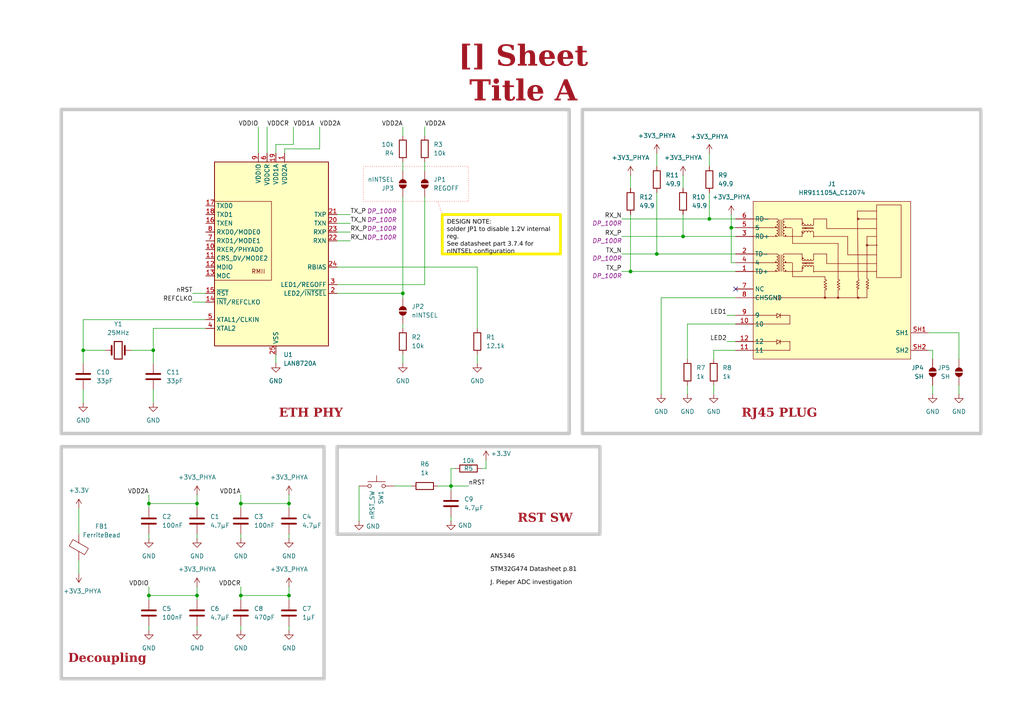
<source format=kicad_sch>
(kicad_sch (version 20231120) (generator "eeschema") (generator_version "8.0")
  (paper "A4")
  (title_block (title "Sheet Title A") (date "2025-01-12") (rev "${REVISION}") (company "${COMPANY}"))
  (lib_symbols
    (symbol "0_connector:HR911105A_C12074"
      (property "Reference" "J" (at 0 22.86 0))
      (property "Value" "HR911105A_C12074" (at 0 -25.4 0))
      (symbol "HR911105A_C12074_0_1"
        (rectangle (start -22.86 22.86) (end 22.86 -22.86) (fill (type background)))
        (circle (center -16.26 2.79) (radius 0.13))
        (circle (center -16.26 5.33) (radius 0.13))
        (circle (center -16.26 12.95) (radius 0.13))
        (circle (center -16.26 15.49) (radius 0.13))
        (arc (start -15.982 2.545) (mid -15.5288 2.965) (end -15.982 3.385))
        (arc (start -15.982 3.385) (mid -15.5765 3.81) (end -15.982 4.235))
        (arc (start -15.982 4.235) (mid -15.5282 4.66) (end -15.982 5.085))
        (arc (start -15.982 5.085) (mid -15.5288 5.505) (end -15.982 5.925))
        (arc (start -15.982 5.925) (mid -15.5765 6.35) (end -15.982 6.775))
        (arc (start -15.982 6.775) (mid -15.5375 7.2) (end -15.982 7.625))
        (arc (start -15.982 12.705) (mid -15.5288 13.125) (end -15.982 13.545))
        (arc (start -15.982 13.545) (mid -15.5765 13.97) (end -15.982 14.395))
        (arc (start -15.982 14.395) (mid -15.5375 14.82) (end -15.982 15.245))
        (arc (start -15.982 16.085) (mid -15.5765 16.51) (end -15.982 16.935))
        (arc (start -15.982 16.935) (mid -15.5375 17.36) (end -15.982 17.785))
        (arc (start -15.9739 15.21) (mid -15.5339 15.63) (end -15.9739 16.05))
        (arc (start -13.792 3.385) (mid -14.2418 2.965) (end -13.792 2.545))
        (arc (start -13.792 4.235) (mid -14.2644 3.81) (end -13.792 3.385))
        (arc (start -13.792 5.085) (mid -14.2388 4.66) (end -13.792 4.235))
        (arc (start -13.792 5.925) (mid -14.2418 5.505) (end -13.792 5.085))
        (arc (start -13.792 6.775) (mid -14.2644 6.35) (end -13.792 5.925))
        (arc (start -13.792 7.625) (mid -14.2508 7.2) (end -13.792 6.775))
        (arc (start -13.792 13.545) (mid -14.2418 13.125) (end -13.792 12.705))
        (arc (start -13.792 14.395) (mid -14.2644 13.97) (end -13.792 13.545))
        (arc (start -13.792 15.245) (mid -14.2508 14.82) (end -13.792 14.395))
        (arc (start -13.792 16.085) (mid -14.2504 15.665) (end -13.792 15.245))
        (arc (start -13.792 16.935) (mid -14.2644 16.51) (end -13.792 16.085))
        (arc (start -13.792 17.785) (mid -14.2508 17.36) (end -13.792 16.935))
        (circle (center -13.46 2.79) (radius 0.13))
        (circle (center -13.46 5.33) (radius 0.13))
        (circle (center -13.46 12.95) (radius 0.13))
        (circle (center -13.46 15.49) (radius 0.13))
        (arc (start -8.69 16.2648) (mid -8.27 15.8191) (end -7.85 16.2648))
        (arc (start -8.6837 6.1233) (mid -8.2637 5.6776) (end -7.8437 6.1233))
        (circle (center -8.38 3.56) (radius 0.13))
        (circle (center -8.38 6.35) (radius 0.13))
        (circle (center -8.38 13.72) (radius 0.13))
        (circle (center -8.38 16.51) (radius 0.13))
        (arc (start -7.92 13.9176) (mid -8.34 14.3082) (end -8.76 13.9176))
        (arc (start -7.85 16.2648) (mid -7.425 15.8125) (end -7 16.2648))
        (arc (start -7.8437 6.1233) (mid -7.4187 5.681) (end -6.9937 6.1233))
        (arc (start -7.7867 3.9115) (mid -8.2067 4.3121) (end -8.6267 3.9115))
        (arc (start -7.07 13.9176) (mid -7.495 14.3112) (end -7.92 13.9176))
        (arc (start -7 16.2648) (mid -6.575 15.8112) (end -6.15 16.2648))
        (arc (start -6.9937 6.1233) (mid -6.5687 5.6697) (end -6.1437 6.1233))
        (arc (start -6.9367 3.9115) (mid -7.3617 4.3151) (end -7.7867 3.9115))
        (arc (start -6.22 13.9176) (mid -6.645 14.3199) (end -7.07 13.9176))
        (arc (start -6.15 16.2648) (mid -5.73 15.8143) (end -5.31 16.2648))
        (arc (start -6.1437 6.1233) (mid -5.7237 5.6827) (end -5.3037 6.1233))
        (arc (start -6.0867 3.9115) (mid -6.5117 4.3239) (end -6.9367 3.9115))
        (arc (start -5.38 13.9176) (mid -5.8 14.2925) (end -6.22 13.9176))
        (arc (start -5.2467 3.9115) (mid -5.6667 4.2969) (end -6.0867 3.9115))
        (circle (center -2.03 -5.08) (radius 0.25))
        (polyline (pts (xy -16 -17.78) (xy -22.86 -17.78)))
        (polyline (pts (xy -16 -17.27) (xy -16 -18.54)))
        (polyline (pts (xy -16 -10.16) (xy -22.86 -10.16)))
        (polyline (pts (xy -16 -9.65) (xy -16 -10.92)))
        (polyline (pts (xy -16 -5.08) (xy -22.86 -5.08)))
        (polyline (pts (xy -16 -4.57) (xy -16 -5.84)))
        (polyline (pts (xy -16 2.54) (xy -22.86 2.54)))
        (polyline (pts (xy -16 5.08) (xy -22.86 5.08)))
        (polyline (pts (xy -16 7.62) (xy -22.86 7.62)))
        (polyline (pts (xy -16 12.7) (xy -22.86 12.7)))
        (polyline (pts (xy -16 15.24) (xy -22.86 15.24)))
        (polyline (pts (xy -16 17.78) (xy -22.86 17.78)))
        (polyline (pts (xy -15.24 -4.57) (xy -15.24 -5.84)))
        (polyline (pts (xy -15.24 7.37) (xy -15.24 2.54)))
        (polyline (pts (xy -15.24 17.53) (xy -15.24 12.7)))
        (polyline (pts (xy -14.99 -17.78) (xy -16 -18.54)))
        (polyline (pts (xy -14.99 -17.78) (xy -16 -17.27)))
        (polyline (pts (xy -14.99 -17.78) (xy -12.19 -17.78)))
        (polyline (pts (xy -14.99 -17.27) (xy -14.99 -18.54)))
        (polyline (pts (xy -14.99 -10.16) (xy -16 -10.92)))
        (polyline (pts (xy -14.99 -10.16) (xy -16 -9.65)))
        (polyline (pts (xy -14.99 -9.65) (xy -14.99 -10.92)))
        (polyline (pts (xy -14.73 7.37) (xy -14.73 2.54)))
        (polyline (pts (xy -14.73 17.53) (xy -14.73 12.7)))
        (polyline (pts (xy -13.72 2.54) (xy -8.64 2.54)))
        (polyline (pts (xy -13.72 5.08) (xy -11.68 5.08)))
        (polyline (pts (xy -13.72 7.62) (xy -8.64 7.62)))
        (polyline (pts (xy -13.72 12.7) (xy -8.64 12.7)))
        (polyline (pts (xy -13.72 15.24) (xy -11.68 15.24)))
        (polyline (pts (xy -13.72 17.78) (xy -8.64 17.78)))
        (polyline (pts (xy -12.19 -20.32) (xy -22.86 -20.32)))
        (polyline (pts (xy -12.19 -17.78) (xy -12.19 -20.32)))
        (polyline (pts (xy -12.19 -12.7) (xy -22.86 -12.7)))
        (polyline (pts (xy -11.43 5.08) (xy -11.43 1.02)))
        (polyline (pts (xy -11.43 10.67) (xy -11.43 14.99)))
        (polyline (pts (xy -8.64 2.54) (xy -8.64 3.81)))
        (polyline (pts (xy -8.64 4.83) (xy -7.37 4.83)))
        (polyline (pts (xy -8.64 5.08) (xy -7.37 5.08)))
        (polyline (pts (xy -8.64 6.1) (xy -8.64 7.62)))
        (polyline (pts (xy -8.64 13.97) (xy -8.64 12.7)))
        (polyline (pts (xy -8.64 14.99) (xy -7.37 14.99)))
        (polyline (pts (xy -8.64 15.24) (xy -7.37 15.24)))
        (polyline (pts (xy -8.64 17.78) (xy -8.64 16.26)))
        (polyline (pts (xy -5.33 4.83) (xy -7.87 4.83)))
        (polyline (pts (xy -5.33 5.08) (xy -7.87 5.08)))
        (polyline (pts (xy -5.33 6.1) (xy -5.33 7.62)))
        (polyline (pts (xy -5.33 7.62) (xy -1.52 7.62)))
        (polyline (pts (xy -5.33 14.99) (xy -7.87 14.99)))
        (polyline (pts (xy -5.33 15.24) (xy -7.87 15.24)))
        (polyline (pts (xy -5.33 16.26) (xy -5.33 17.78)))
        (polyline (pts (xy -5.33 17.78) (xy -1.52 17.78)))
        (polyline (pts (xy -2.03 -2.79) (xy -2.03 -5.08)))
        (polyline (pts (xy -2.03 1.02) (xy -11.43 1.02)))
        (polyline (pts (xy -2.03 1.02) (xy -2.03 0.25)))
        (polyline (pts (xy -1.52 -2.54) (xy -2.29 -2.03)))
        (polyline (pts (xy -1.52 -2.54) (xy -2.03 -2.79)))
        (polyline (pts (xy -1.52 -1.78) (xy -2.29 -2.03)))
        (polyline (pts (xy -1.52 -1.78) (xy -2.29 -1.27)))
        (polyline (pts (xy -1.52 -1.02) (xy -2.29 -1.27)))
        (polyline (pts (xy -1.52 -1.02) (xy -2.29 -0.51)))
        (polyline (pts (xy -1.52 0) (xy -2.29 -0.51)))
        (polyline (pts (xy -1.52 0) (xy -2.03 0.25)))
        (polyline (pts (xy 1.78 -2.79) (xy 1.78 -5.08)))
        (polyline (pts (xy 1.78 0.25) (xy 1.78 10.67)))
        (polyline (pts (xy 1.78 10.67) (xy -11.43 10.67)))
        (polyline (pts (xy 2.29 -2.54) (xy 1.52 -2.03)))
        (polyline (pts (xy 2.29 -2.54) (xy 1.78 -2.79)))
        (polyline (pts (xy 2.29 -1.78) (xy 1.52 -2.03)))
        (polyline (pts (xy 2.29 -1.78) (xy 1.52 -1.27)))
        (polyline (pts (xy 2.29 -1.02) (xy 1.52 -1.27)))
        (polyline (pts (xy 2.29 -1.02) (xy 1.52 -0.51)))
        (polyline (pts (xy 2.29 0) (xy 1.52 -0.51)))
        (polyline (pts (xy 2.29 0) (xy 1.78 0.25)))
        (polyline (pts (xy 4.57 12.7) (xy -5.33 12.7)))
        (polyline (pts (xy 7.37 -2.54) (xy 7.37 -5.08)))
        (polyline (pts (xy 7.62 0.51) (xy 7.37 20.07)))
        (polyline (pts (xy 7.87 -2.29) (xy 7.11 -2.03)))
        (polyline (pts (xy 7.87 -2.29) (xy 7.37 -2.54)))
        (polyline (pts (xy 7.87 -1.52) (xy 7.11 -2.03)))
        (polyline (pts (xy 7.87 -1.52) (xy 7.11 -1.27)))
        (polyline (pts (xy 7.87 -0.76) (xy 7.11 -1.27)))
        (polyline (pts (xy 7.87 -0.76) (xy 7.11 -0.51)))
        (polyline (pts (xy 7.87 0) (xy 7.11 -0.51)))
        (polyline (pts (xy 7.87 0) (xy 7.62 0.51)))
        (polyline (pts (xy 10.16 -5.08) (xy -15.24 -5.08)))
        (polyline (pts (xy 10.16 -2.54) (xy 10.16 -5.08)))
        (polyline (pts (xy 10.16 0.51) (xy 10.16 12.7)))
        (polyline (pts (xy 10.16 12.7) (xy 12.95 12.7)))
        (polyline (pts (xy 10.67 -2.29) (xy 9.91 -2.03)))
        (polyline (pts (xy 10.67 -2.29) (xy 10.16 -2.54)))
        (polyline (pts (xy 10.67 -1.52) (xy 9.91 -2.03)))
        (polyline (pts (xy 10.67 -1.52) (xy 9.91 -1.27)))
        (polyline (pts (xy 10.67 -0.76) (xy 9.91 -1.27)))
        (polyline (pts (xy 10.67 -0.76) (xy 9.91 -0.51)))
        (polyline (pts (xy 10.67 0) (xy 9.91 -0.51)))
        (polyline (pts (xy 10.67 0) (xy 10.16 0.51)))
        (polyline (pts (xy 12.95 2.54) (xy -5.33 2.54)))
        (polyline (pts (xy 12.95 17.78) (xy 7.37 17.78)))
        (polyline (pts (xy 12.95 20.07) (xy 7.37 20.07)))
        (polyline (pts (xy 13.21 10.16) (xy 10.16 10.16)))
        (polyline (pts (xy -14.99 -10.16) (xy -12.19 -10.16) (xy -12.19 -12.7)))
        (polyline (pts (xy -5.33 3.81) (xy -5.33 2.54) (xy -5.33 2.29)))
        (polyline (pts (xy -5.33 13.97) (xy -5.33 12.7) (xy -5.33 12.45)))
        (polyline (pts (xy 12.95 4.83) (xy -1.52 4.83) (xy -1.52 7.62)))
        (polyline (pts (xy 12.95 7.37) (xy 4.57 7.37) (xy 4.57 12.7)))
        (polyline (pts (xy 12.95 14.99) (xy -1.52 14.99) (xy -1.52 17.78)))
        (polyline (pts (xy 12.95 21.84) (xy 12.95 0.76) (xy 20.07 0.76) (xy 20.07 21.84) (xy 12.95 21.84)) (fill (type background)))
        (circle (center 1.78 -5.08) (radius 0.25))
        (circle (center 7.62 -5.08) (radius 0.25))
        (circle (center 7.62 17.78) (radius 0.25))
        (circle (center 10.16 10.16) (radius 0.25))
        (pin unspecified line (at -27.94 2.54 0) (length 5.08) (name "TD+") (number "1"))
        (pin unspecified line (at -27.94 -12.7 0) (length 5.08) (name "10") (number "10"))
        (pin unspecified line (at -27.94 -20.32 0) (length 5.08) (name "11") (number "11"))
        (pin unspecified line (at -27.94 -17.78 0) (length 5.08) (name "12") (number "12"))
        (pin unspecified line (at -27.94 7.62 0) (length 5.08) (name "TD-") (number "2"))
        (pin unspecified line (at -27.94 12.7 0) (length 5.08) (name "RD+") (number "3"))
        (pin unspecified line (at -27.94 5.08 0) (length 5.08) (name "4") (number "4"))
        (pin unspecified line (at -27.94 15.24 0) (length 5.08) (name "5") (number "5"))
        (pin unspecified line (at -27.94 17.78 0) (length 5.08) (name "RD-") (number "6"))
        (pin unspecified line (at -27.94 -2.54 0) (length 5.08) (name "NC") (number "7"))
        (pin unspecified line (at -27.94 -5.08 0) (length 5.08) (name "CHSGND") (number "8"))
        (pin unspecified line (at -27.94 -10.16 0) (length 5.08) (name "9") (number "9"))
        (pin unspecified line (at 27.94 -15.24 180) (length 5.08) (name "SH1") (number "SH1"))
        (pin unspecified line (at 27.94 -20.32 180) (length 5.08) (name "SH2") (number "SH2"))
      )
    )
    (symbol "Device:C" (pin_numbers hide) (pin_names (offset 0.254))
      (property "Reference" "C" (at 0.635 2.54 0))
      (property "Value" "C" (at 0.635 -2.54 0))
      (symbol "C_0_1"
        (polyline (pts (xy -2.032 -0.762) (xy 2.032 -0.762)) (stroke (width 0.508)))
        (polyline (pts (xy -2.032 0.762) (xy 2.032 0.762)) (stroke (width 0.508)))
      )
      (symbol "C_1_1"
        (pin passive line (at 0 3.81 270) (length 2.794) (name "~") (number "1"))
        (pin passive line (at 0 -3.81 90) (length 2.794) (name "~") (number "2"))
      )
    )
    (symbol "Device:Crystal" (pin_numbers hide) (pin_names (offset 1.016) hide)
      (property "Reference" "Y" (at 0 3.81 0))
      (property "Value" "Crystal" (at 0 -3.81 0))
      (symbol "Crystal_0_1"
        (rectangle (start -1.143 2.54) (end 1.143 -2.54) (stroke (width 0.3048)))
        (polyline (pts (xy -2.54 0) (xy -1.905 0)))
        (polyline (pts (xy -1.905 -1.27) (xy -1.905 1.27)) (stroke (width 0.508)))
        (polyline (pts (xy 1.905 -1.27) (xy 1.905 1.27)) (stroke (width 0.508)))
        (polyline (pts (xy 2.54 0) (xy 1.905 0)))
      )
      (symbol "Crystal_1_1"
        (pin passive line (at -3.81 0 0) (length 1.27) (name "1") (number "1"))
        (pin passive line (at 3.81 0 180) (length 1.27) (name "2") (number "2"))
      )
    )
    (symbol "Device:FerriteBead" (pin_numbers hide) (pin_names (offset 0))
      (property "Reference" "FB" (at -3.81 0.635 90))
      (property "Value" "FerriteBead" (at 3.81 0 90))
      (symbol "FerriteBead_0_1"
        (polyline (pts (xy 0 -1.27) (xy 0 -1.2192)))
        (polyline (pts (xy 0 1.27) (xy 0 1.2954)))
        (polyline (pts (xy -2.7686 0.4064) (xy -1.7018 2.2606) (xy 2.7686 -0.3048) (xy 1.6764 -2.159) (xy -2.7686 0.4064)))
      )
      (symbol "FerriteBead_1_1"
        (pin passive line (at 0 3.81 270) (length 2.54) (name "~") (number "1"))
        (pin passive line (at 0 -3.81 90) (length 2.54) (name "~") (number "2"))
      )
    )
    (symbol "Device:R" (pin_numbers hide) (pin_names (offset 0))
      (property "Reference" "R" (at 2.032 0 90))
      (property "Value" "R" (at 0 0 90))
      (symbol "R_0_1"
        (rectangle (start -1.016 -2.54) (end 1.016 2.54) (stroke (width 0.254)))
      )
      (symbol "R_1_1"
        (pin passive line (at 0 3.81 270) (length 1.27) (name "~") (number "1"))
        (pin passive line (at 0 -3.81 90) (length 1.27) (name "~") (number "2"))
      )
    )
    (symbol "Interface_Ethernet:LAN8720A"
      (property "Reference" "U" (at -13.97 29.21 0))
      (property "Value" "LAN8720A" (at 15.24 29.21 0))
      (symbol "LAN8720A_0_0"
        (text "RMII" (at -5.08 -3.81 0) (effects (font (size 1.27 1.27))))
      )
      (symbol "LAN8720A_0_1"
        (rectangle (start -17.78 27.94) (end 15.24 -25.4) (stroke (width 0.254)) (fill (type background)))
        (polyline (pts (xy -17.78 -6.35) (xy -1.27 -6.35) (xy -1.27 16.51) (xy -17.78 16.51)))
      )
      (symbol "LAN8720A_1_1"
        (pin power_in line (at 2.54 30.48 270) (length 2.54) (name "VDD2A") (number "1"))
        (pin output line (at -20.32 2.54 0) (length 2.54) (name "RXER/PHYAD0") (number "10"))
        (pin bidirectional line (at -20.32 0 0) (length 2.54) (name "CRS_DV/MODE2") (number "11"))
        (pin bidirectional line (at -20.32 -2.54 0) (length 2.54) (name "MDIO") (number "12"))
        (pin input line (at -20.32 -5.08 0) (length 2.54) (name "MDC") (number "13"))
        (pin output line (at -20.32 -12.7 0) (length 2.54) (name "~{INT}/REFCLKO") (number "14"))
        (pin input line (at -20.32 -10.16 0) (length 2.54) (name "~{RST}") (number "15"))
        (pin input line (at -20.32 10.16 0) (length 2.54) (name "TXEN") (number "16"))
        (pin input line (at -20.32 15.24 0) (length 2.54) (name "TXD0") (number "17"))
        (pin input line (at -20.32 12.7 0) (length 2.54) (name "TXD1") (number "18"))
        (pin power_in line (at 0 30.48 270) (length 2.54) (name "VDD1A") (number "19"))
        (pin bidirectional line (at 17.78 -10.16 180) (length 2.54) (name "LED2/~{INTSEL}") (number "2"))
        (pin bidirectional line (at 17.78 10.16 180) (length 2.54) (name "TXN") (number "20"))
        (pin bidirectional line (at 17.78 12.7 180) (length 2.54) (name "TXP") (number "21"))
        (pin bidirectional line (at 17.78 5.08 180) (length 2.54) (name "RXN") (number "22"))
        (pin bidirectional line (at 17.78 7.62 180) (length 2.54) (name "RXP") (number "23"))
        (pin passive line (at 17.78 -2.54 180) (length 2.54) (name "RBIAS") (number "24"))
        (pin power_in line (at 0 -27.94 90) (length 2.54) (name "VSS") (number "25"))
        (pin bidirectional line (at 17.78 -7.62 180) (length 2.54) (name "LED1/REGOFF") (number "3"))
        (pin output line (at -20.32 -20.32 0) (length 2.54) (name "XTAL2") (number "4"))
        (pin input line (at -20.32 -17.78 0) (length 2.54) (name "XTAL1/CLKIN") (number "5"))
        (pin power_in line (at -2.54 30.48 270) (length 2.54) (name "VDDCR") (number "6"))
        (pin bidirectional line (at -20.32 5.08 0) (length 2.54) (name "RXD1/MODE1") (number "7"))
        (pin bidirectional line (at -20.32 7.62 0) (length 2.54) (name "RXD0/MODE0") (number "8"))
        (pin power_in line (at -5.08 30.48 270) (length 2.54) (name "VDDIO") (number "9"))
      )
    )
    (symbol "Jumper:SolderJumper_2_Open" (pin_numbers hide) (pin_names (offset 0) hide) (exclude_from_sim yes) (in_bom no)
      (property "Reference" "JP" (at 0 2.032 0))
      (property "Value" "SolderJumper_2_Open" (at 0 -2.54 0))
      (symbol "SolderJumper_2_Open_0_1"
        (arc (start -0.254 1.016) (mid -1.2656 0) (end -0.254 -1.016))
        (arc (start -0.254 1.016) (mid -1.2656 0) (end -0.254 -1.016) (fill (type outline)))
        (polyline (pts (xy -0.254 1.016) (xy -0.254 -1.016)))
        (polyline (pts (xy 0.254 1.016) (xy 0.254 -1.016)))
        (arc (start 0.254 -1.016) (mid 1.2656 0) (end 0.254 1.016))
        (arc (start 0.254 -1.016) (mid 1.2656 0) (end 0.254 1.016) (fill (type outline)))
      )
      (symbol "SolderJumper_2_Open_1_1"
        (pin passive line (at -3.81 0 0) (length 2.54) (name "A") (number "1"))
        (pin passive line (at 3.81 0 180) (length 2.54) (name "B") (number "2"))
      )
    )
    (symbol "Switch:SW_Push" (pin_numbers hide) (pin_names (offset 1.016) hide)
      (property "Reference" "SW" (at 1.27 2.54 0))
      (property "Value" "SW_Push" (at 0 -1.524 0))
      (symbol "SW_Push_0_1"
        (circle (center -2.032 0) (radius 0.508))
        (polyline (pts (xy 0 1.27) (xy 0 3.048)))
        (polyline (pts (xy 2.54 1.27) (xy -2.54 1.27)))
        (circle (center 2.032 0) (radius 0.508))
        (pin passive line (at -5.08 0 0) (length 2.54) (name "1") (number "1"))
        (pin passive line (at 5.08 0 180) (length 2.54) (name "2") (number "2"))
      )
    )
    (symbol "power:+3.3V" (power) (pin_numbers hide) (pin_names (offset 0) hide)
      (property "Value" "+3.3V" (at 0 3.556 0))
      (symbol "+3.3V_0_1"
        (polyline (pts (xy -0.762 1.27) (xy 0 2.54)))
        (polyline (pts (xy 0 0) (xy 0 2.54)))
        (polyline (pts (xy 0 2.54) (xy 0.762 1.27)))
      )
      (symbol "+3.3V_1_1"
        (pin power_in line (at 0 0 90) (length 0) (name "~") (number "1"))
      )
    )
    (symbol "power:GND" (power) (pin_numbers hide) (pin_names (offset 0) hide)
      (property "Value" "GND" (at 0 -3.81 0))
      (symbol "GND_0_1"
        (polyline (pts (xy 0 0) (xy 0 -1.27) (xy 1.27 -1.27) (xy 0 -2.54) (xy -1.27 -1.27) (xy 0 -1.27)))
      )
      (symbol "GND_1_1"
        (pin power_in line (at 0 0 270) (length 0) (name "~") (number "1"))
      )
    )
  )
  (junction (at 69.85 172.72))
  (junction (at 190.5 73.66))
  (junction (at 116.84 85.09))
  (junction (at 43.18 146.05))
  (junction (at 212.09 66.04))
  (junction (at 44.45 101.6))
  (junction (at 24.13 101.6))
  (junction (at 182.88 78.74))
  (junction (at 205.74 63.5))
  (junction (at 130.81 140.97))
  (junction (at 69.85 146.05))
  (junction (at 83.82 172.72))
  (junction (at 43.18 172.72))
  (junction (at 198.12 68.58))
  (junction (at 57.15 146.05))
  (junction (at 57.15 172.72))
  (junction (at 83.82 146.05))
  (no_connect (at 213.36 83.82))
  (wire (pts (xy 97.79 85.09) (xy 116.84 85.09)))
  (wire (pts (xy 77.47 36.83) (xy 77.47 44.45)))
  (wire (pts (xy 97.79 67.31) (xy 101.6 67.31)))
  (wire (pts (xy 269.24 101.6) (xy 270.51 101.6)))
  (wire (pts (xy 69.85 146.05) (xy 83.82 146.05)))
  (wire (pts (xy 213.36 99.06) (xy 210.82 99.06)))
  (wire (pts (xy 43.18 170.18) (xy 43.18 172.72)))
  (wire (pts (xy 44.45 113.03) (xy 44.45 116.84)))
  (wire (pts (xy 180.34 63.5) (xy 205.74 63.5)))
  (wire (pts (xy 191.77 86.36) (xy 191.77 114.3)))
  (wire (pts (xy 82.55 44.45) (xy 82.55 43.18)))
  (wire (pts (xy 69.85 154.94) (xy 69.85 156.21)))
  (wire (pts (xy 57.15 154.94) (xy 57.15 156.21)))
  (wire (pts (xy 270.51 111.76) (xy 270.51 114.3)))
  (wire (pts (xy 83.82 172.72) (xy 83.82 173.99)))
  (wire (pts (xy 180.34 78.74) (xy 182.88 78.74)))
  (wire (pts (xy 97.79 77.47) (xy 138.43 77.47)))
  (wire (pts (xy 207.01 111.76) (xy 207.01 114.3)))
  (wire (pts (xy 69.85 146.05) (xy 69.85 147.32)))
  (wire (pts (xy 213.36 86.36) (xy 191.77 86.36)))
  (wire (pts (xy 59.69 95.25) (xy 44.45 95.25)))
  (wire (pts (xy 198.12 68.58) (xy 213.36 68.58)))
  (wire (pts (xy 213.36 76.2) (xy 212.09 76.2)))
  (wire (pts (xy 116.84 85.09) (xy 116.84 86.36)))
  (wire (pts (xy 198.12 62.23) (xy 198.12 68.58)))
  (wire (pts (xy 24.13 92.71) (xy 24.13 101.6)))
  (wire (pts (xy 24.13 113.03) (xy 24.13 116.84)))
  (wire (pts (xy 278.13 111.76) (xy 278.13 114.3)))
  (wire (pts (xy 69.85 170.18) (xy 69.85 172.72)))
  (wire (pts (xy 92.71 43.18) (xy 92.71 36.83)))
  (wire (pts (xy 85.09 36.83) (xy 85.09 41.91)))
  (wire (pts (xy 97.79 62.23) (xy 101.6 62.23)))
  (wire (pts (xy 138.43 77.47) (xy 138.43 95.25)))
  (wire (pts (xy 182.88 78.74) (xy 213.36 78.74)))
  (wire (pts (xy 190.5 44.45) (xy 190.5 48.26)))
  (wire (pts (xy 180.34 73.66) (xy 190.5 73.66)))
  (wire (pts (xy 69.85 172.72) (xy 83.82 172.72)))
  (wire (pts (xy 80.01 41.91) (xy 80.01 44.45)))
  (wire (pts (xy 212.09 62.23) (xy 212.09 66.04)))
  (wire (pts (xy 82.55 43.18) (xy 92.71 43.18)))
  (wire (pts (xy 43.18 181.61) (xy 43.18 182.88)))
  (wire (pts (xy 83.82 146.05) (xy 83.82 147.32)))
  (wire (pts (xy 140.97 135.89) (xy 140.97 133.35)))
  (wire (pts (xy 127 140.97) (xy 130.81 140.97)))
  (wire (pts (xy 83.82 154.94) (xy 83.82 156.21)))
  (wire (pts (xy 69.85 143.51) (xy 69.85 146.05)))
  (wire (pts (xy 43.18 172.72) (xy 43.18 173.99)))
  (wire (pts (xy 116.84 93.98) (xy 116.84 95.25)))
  (wire (pts (xy 57.15 146.05) (xy 57.15 147.32)))
  (wire (pts (xy 123.19 57.15) (xy 123.19 82.55)))
  (wire (pts (xy 57.15 170.18) (xy 57.15 172.72)))
  (wire (pts (xy 74.93 36.83) (xy 74.93 44.45)))
  (wire (pts (xy 30.48 101.6) (xy 24.13 101.6)))
  (wire (pts (xy 83.82 170.18) (xy 83.82 172.72)))
  (wire (pts (xy 38.1 101.6) (xy 44.45 101.6)))
  (wire (pts (xy 123.19 36.83) (xy 123.19 39.37)))
  (wire (pts (xy 207.01 101.6) (xy 213.36 101.6)))
  (wire (pts (xy 182.88 62.23) (xy 182.88 78.74)))
  (wire (pts (xy 182.88 50.8) (xy 182.88 54.61)))
  (wire (pts (xy 116.84 36.83) (xy 116.84 39.37)))
  (wire (pts (xy 114.3 140.97) (xy 119.38 140.97)))
  (wire (pts (xy 22.86 162.56) (xy 22.86 166.37)))
  (wire (pts (xy 69.85 172.72) (xy 69.85 173.99)))
  (wire (pts (xy 139.7 135.89) (xy 140.97 135.89)))
  (wire (pts (xy 44.45 95.25) (xy 44.45 101.6)))
  (wire (pts (xy 104.14 151.13) (xy 104.14 140.97)))
  (wire (pts (xy 205.74 55.88) (xy 205.74 63.5)))
  (wire (pts (xy 43.18 172.72) (xy 57.15 172.72)))
  (wire (pts (xy 130.81 135.89) (xy 132.08 135.89)))
  (wire (pts (xy 43.18 146.05) (xy 57.15 146.05)))
  (wire (pts (xy 22.86 147.32) (xy 22.86 154.94)))
  (wire (pts (xy 199.39 111.76) (xy 199.39 114.3)))
  (wire (pts (xy 270.51 101.6) (xy 270.51 104.14)))
  (wire (pts (xy 83.82 181.61) (xy 83.82 182.88)))
  (wire (pts (xy 43.18 154.94) (xy 43.18 156.21)))
  (wire (pts (xy 69.85 181.61) (xy 69.85 182.88)))
  (wire (pts (xy 55.88 85.09) (xy 59.69 85.09)))
  (wire (pts (xy 212.09 66.04) (xy 213.36 66.04)))
  (wire (pts (xy 97.79 82.55) (xy 123.19 82.55)))
  (wire (pts (xy 190.5 73.66) (xy 213.36 73.66)))
  (polyline (pts (xy 128.27 62.23) (xy 127 58.42)) (stroke (width 0) (type dot) (color 255 0 0 1)))
  (wire (pts (xy 199.39 93.98) (xy 213.36 93.98)))
  (wire (pts (xy 44.45 101.6) (xy 44.45 105.41)))
  (wire (pts (xy 57.15 172.72) (xy 57.15 173.99)))
  (wire (pts (xy 57.15 181.61) (xy 57.15 182.88)))
  (wire (pts (xy 130.81 135.89) (xy 130.81 140.97)))
  (wire (pts (xy 83.82 143.51) (xy 83.82 146.05)))
  (wire (pts (xy 116.84 57.15) (xy 116.84 85.09)))
  (wire (pts (xy 116.84 102.87) (xy 116.84 105.41)))
  (wire (pts (xy 43.18 146.05) (xy 43.18 147.32)))
  (wire (pts (xy 205.74 63.5) (xy 213.36 63.5)))
  (wire (pts (xy 43.18 143.51) (xy 43.18 146.05)))
  (wire (pts (xy 199.39 93.98) (xy 199.39 104.14)))
  (wire (pts (xy 198.12 50.8) (xy 198.12 54.61)))
  (wire (pts (xy 205.74 44.45) (xy 205.74 48.26)))
  (wire (pts (xy 269.24 96.52) (xy 278.13 96.52)))
  (wire (pts (xy 130.81 149.86) (xy 130.81 151.13)))
  (polyline (pts (xy 74.93 241.3) (xy 62.23 245.11)) (stroke (width 0) (type dot) (color 255 0 0 1)))
  (wire (pts (xy 278.13 96.52) (xy 278.13 104.14)))
  (wire (pts (xy 212.09 76.2) (xy 212.09 66.04)))
  (wire (pts (xy 57.15 143.51) (xy 57.15 146.05)))
  (wire (pts (xy 116.84 49.53) (xy 116.84 46.99)))
  (wire (pts (xy 130.81 140.97) (xy 130.81 142.24)))
  (wire (pts (xy 123.19 46.99) (xy 123.19 49.53)))
  (wire (pts (xy 59.69 92.71) (xy 24.13 92.71)))
  (wire (pts (xy 80.01 102.87) (xy 80.01 105.41)))
  (wire (pts (xy 138.43 102.87) (xy 138.43 105.41)))
  (wire (pts (xy 207.01 104.14) (xy 207.01 101.6)))
  (wire (pts (xy 180.34 68.58) (xy 198.12 68.58)))
  (wire (pts (xy 97.79 69.85) (xy 101.6 69.85)))
  (wire (pts (xy 97.79 64.77) (xy 101.6 64.77)))
  (wire (pts (xy 55.88 87.63) (xy 59.69 87.63)))
  (wire (pts (xy 85.09 41.91) (xy 80.01 41.91)))
  (wire (pts (xy 130.81 140.97) (xy 135.89 140.97)))
  (wire (pts (xy 24.13 101.6) (xy 24.13 105.41)))
  (wire (pts (xy 190.5 55.88) (xy 190.5 73.66)))
  (wire (pts (xy 213.36 91.44) (xy 210.82 91.44)))
  (rectangle (start 74.93 231.14) (end 82.55 246.38) (stroke (width 0) (type dot) (color 255 0 0 1)))
  (rectangle (start 17.78 129.54) (end 93.98 196.85) (stroke (width 1) (color 200 200 200 1)))
  (rectangle (start 97.79 129.54) (end 173.99 154.94) (stroke (width 1) (color 200 200 200 1)))
  (rectangle (start 105.41 48.26) (end 135.89 58.42) (stroke (width 0) (type dot) (color 255 0 0 1)))
  (rectangle (start 17.78 31.75) (end 165.1 125.73) (stroke (width 1) (color 200 200 200 1)))
  (rectangle (start 168.91 31.75) (end 284.48 125.73) (stroke (width 1) (color 200 200 200 1)))
  (text_box "LAYOUT NOTE:\nblablabla" (at 11.43 218.44 0) (size 26.67 11.43) (stroke (width 1) (color 0 0 255 1)) (effects (font (size 1.27 1.27) (thickness 0.4) (bold yes)) (justify left top)))
  (text_box "[${#}] ${TITLE}" (at 115.57 15.24 0) (size 72.39 12.7) (stroke (width -0.0001)) (effects (font (size 6 6) (thickness 1.2) (bold yes))))
  (text_box "Decoupling" (at 20.32 186.69 0) (size 21.59 7.62) (stroke (width -0.0001)) (effects (font (size 2.54 2.54) (thickness 0.508) (bold yes)) (justify bottom)))
  (text_box "ETH PHY" (at 19.05 115.57 0) (size 142.24 7.62) (stroke (width -0.0001)) (effects (font (size 2.54 2.54) (thickness 0.508) (bold yes)) (justify bottom)))
  (text_box "RJ45 PLUG" (at 170.18 115.57 0) (size 111.76 7.62) (stroke (width -0.0001)) (effects (font (size 2.54 2.54) (thickness 0.508) (bold yes)) (justify bottom)))
  (text_box "DESIGN NOTE:\nblablabla" (at 40.64 245.11 0) (size 21.59 11.43) (stroke (width 0.8) (color 250 236 0 1)) (effects (font (size 1.27 1.27)) (justify left top)))
  (text_box "RST SW" (at 147.32 146.05 0) (size 21.59 7.62) (stroke (width -0.0001)) (effects (font (size 2.54 2.54) (thickness 0.508) (bold yes)) (justify bottom)))
  (text_box "DESIGN NOTE:\nsolder JP1 to disable 1.2V internal reg.\nSee datasheet part 3.7.4 for nINTSEL configuration" (at 128.27 62.23 0) (size 34.29 11.43) (stroke (width 0.8) (color 250 236 0 1)) (effects (font (size 1.27 1.27)) (justify left top)))
  (text "J. Pieper ADC investigation" (at 142.24 170.18 0) (effects (font (size 1.27 1.27)) (justify left bottom)))
  (text "STM32G474 Datasheet p.81" (at 142.24 166.37 0) (effects (font (size 1.27 1.27)) (justify left bottom)))
  (text "AN5346" (at 142.24 162.56 0) (effects (font (size 1.27 1.27)) (justify left bottom)))
  (label "RX_N" (at 180.34 63.5 180) (property "Netclass" "DP_100R" (at 180.34 64.77 0) (effects (font (italic yes)) (justify right))))
  (label "nRST" (at 135.89 140.97 0))
  (label "RX_P" (at 101.6 67.31 0) (property "Netclass" "DP_100R" (at 106.426 66.294 0) (effects (font (italic yes)) (justify left))))
  (label "REFCLKO" (at 55.88 87.63 180))
  (label "TX_N" (at 180.34 73.66 180) (property "Netclass" "DP_100R" (at 180.34 74.93 0) (effects (font (italic yes)) (justify right))))
  (label "RX_P" (at 180.34 68.58 180) (property "Netclass" "DP_100R" (at 180.34 69.85 0) (effects (font (italic yes)) (justify right))))
  (label "TX_P" (at 101.6 62.23 0) (property "Netclass" "DP_100R" (at 106.426 61.214 0) (effects (font (italic yes)) (justify left))))
  (label "VDD2A" (at 116.84 36.83 180))
  (label "VDD1A" (at 69.85 143.51 180))
  (label "VDDIO" (at 74.93 36.83 180))
  (label "VDDCR" (at 69.85 170.18 180))
  (label "LED1" (at 210.82 91.44 180))
  (label "VDD2A" (at 123.19 36.83 0))
  (label "VDDIO" (at 43.18 170.18 180))
  (label "VDD2A" (at 92.71 36.83 0))
  (label "VDDCR" (at 77.47 36.83 0))
  (label "TX_N" (at 101.6 64.77 0) (property "Netclass" "DP_100R" (at 106.426 63.754 0) (effects (font (italic yes)) (justify left))))
  (label "RX_N" (at 101.6 69.85 0) (property "Netclass" "DP_100R" (at 106.426 68.834 0) (effects (font (italic yes)) (justify left))))
  (label "TX_P" (at 180.34 78.74 180) (property "Netclass" "DP_100R" (at 180.34 80.01 0) (effects (font (italic yes)) (justify right))))
  (label "LED2" (at 210.82 99.06 180))
  (label "VDD2A" (at 43.18 143.51 180))
  (label "VDD1A" (at 85.09 36.83 0))
  (label "nRST" (at 55.88 85.09 180))
  (symbol (lib_id "power:+3.3V") (at 83.82 170.18 0) (unit 1)
    (property "Reference" "#PWR011" (effects (hide yes)))
    (property "Value" "+3V3_PHYA" (at 83.82 165.1 0))
    (property "Description" "Power symbol creates a global label with name \"+3.3V\"" (effects (hide yes)))
  )
  (symbol (lib_id "Jumper:SolderJumper_2_Open") (at 123.19 53.34 90) (unit 1) (exclude_from_sim yes) (in_bom no)
    (property "Reference" "JP1" (at 125.73 52.0699 90) (effects (justify right)))
    (property "Value" "REGOFF" (at 125.73 54.6099 90) (effects (justify right)))
    (property "Footprint" "Jumper:SolderJumper-2_P1.3mm_Open_RoundedPad1.0x1.5mm" (effects (hide yes)))
    (property "Description" "Solder Jumper, 2-pole, open" (effects (hide yes)))
  )
  (symbol (lib_id "Device:FerriteBead") (at 22.86 158.75 0) (unit 1)
    (property "Reference" "FB1" (at 29.464 152.654 0))
    (property "Value" "FerriteBead" (at 29.464 155.194 0))
    (property "Datasheet" "https://www.lcsc.com/datasheet/C14709.pdf" (effects (hide yes)))
    (property "Description" "Ferrite bead" (effects (hide yes)))
    (property "Manufacturer Part Number" "BLM18PG121SN1D" (effects (hide yes)))
    (property "LCSC" "C14709" (effects (hide yes)))
  )
  (symbol (lib_id "power:GND") (at 69.85 156.21 0) (unit 1)
    (property "Reference" "#PWR01" (effects (hide yes)))
    (property "Value" "GND" (at 69.85 161.29 0))
    (property "Description" "Power symbol creates a global label with name \"GND\" , ground" (effects (hide yes)))
  )
  (symbol (lib_id "power:GND") (at 138.43 105.41 0) (unit 1)
    (property "Reference" "#PWR014" (effects (hide yes)))
    (property "Value" "GND" (at 138.43 110.49 0))
    (property "Description" "Power symbol creates a global label with name \"GND\" , ground" (effects (hide yes)))
  )
  (symbol (lib_id "Device:R") (at 190.5 52.07 0) (unit 1)
    (property "Reference" "R11" (at 193.04 50.7999 0) (effects (justify left)))
    (property "Value" "49.9" (at 193.04 53.3399 0) (effects (justify left)))
    (property "Footprint" "Resistor_SMD:R_0603_1608Metric_Pad0.98x0.95mm_HandSolder" (effects (hide yes)))
    (property "Datasheet" "https://www.lcsc.com/datasheet/C114625.pdf" (effects (hide yes)))
    (property "Description" "Resistor" (effects (hide yes)))
    (property "Manufacturer Part Number" "RC0603FR-0749R9L" (effects (hide yes)))
    (property "LCSC" "C114625" (effects (hide yes)))
  )
  (symbol (lib_id "power:GND") (at 130.81 151.13 0) (unit 1)
    (property "Reference" "#PWR016" (effects (hide yes)))
    (property "Value" "GND" (at 134.874 152.4 0))
    (property "Description" "Power symbol creates a global label with name \"GND\" , ground" (effects (hide yes)))
  )
  (symbol (lib_id "Device:C") (at 57.15 177.8 0) (unit 1)
    (property "Reference" "C6" (at 60.96 176.5299 0) (effects (justify left)))
    (property "Value" "4.7µF" (at 60.96 179.0699 0) (effects (justify left)))
    (property "Footprint" "Capacitor_SMD:C_0603_1608Metric_Pad1.08x0.95mm_HandSolder" (effects (hide yes)))
    (property "Datasheet" "https://www.lcsc.com/datasheet/C69335.pdf" (effects (hide yes)))
    (property "Description" "Unpolarized capacitor" (effects (hide yes)))
    (property "Manufacturer Part Number" "CL10A475KA8NQNC" (effects (hide yes)))
    (property "LCSC" "C69335" (effects (hide yes)))
  )
  (symbol (lib_id "Device:R") (at 116.84 43.18 180) (unit 1)
    (property "Reference" "R4" (at 114.3 44.4501 0) (effects (justify left)))
    (property "Value" "10k" (at 114.3 41.9101 0) (effects (justify left)))
    (property "Footprint" "Resistor_SMD:R_0603_1608Metric_Pad0.98x0.95mm_HandSolder" (effects (hide yes)))
    (property "Datasheet" "https://www.lcsc.com/datasheet/C98220.pdf" (effects (hide yes)))
    (property "Description" "Resistor" (effects (hide yes)))
    (property "Manufacturer Part Number" "RC0603FR-0710KL" (effects (hide yes)))
    (property "LCSC" "C98220" (effects (hide yes)))
  )
  (symbol (lib_id "power:GND") (at 24.13 116.84 0) (unit 1)
    (property "Reference" "#PWR019" (effects (hide yes)))
    (property "Value" "GND" (at 24.13 121.92 0))
    (property "Description" "Power symbol creates a global label with name \"GND\" , ground" (effects (hide yes)))
  )
  (symbol (lib_id "power:GND") (at 43.18 182.88 0) (unit 1)
    (property "Reference" "#PWR07" (effects (hide yes)))
    (property "Value" "GND" (at 43.18 187.96 0))
    (property "Description" "Power symbol creates a global label with name \"GND\" , ground" (effects (hide yes)))
  )
  (symbol (lib_id "power:GND") (at 57.15 182.88 0) (unit 1)
    (property "Reference" "#PWR09" (effects (hide yes)))
    (property "Value" "GND" (at 57.15 187.96 0))
    (property "Description" "Power symbol creates a global label with name \"GND\" , ground" (effects (hide yes)))
  )
  (symbol (lib_id "Device:R") (at 135.89 135.89 90) (unit 1)
    (property "Reference" "R5" (at 135.89 135.89 90))
    (property "Value" "10k" (at 135.89 133.604 90))
    (property "Footprint" "Resistor_SMD:R_0603_1608Metric_Pad0.98x0.95mm_HandSolder" (effects (hide yes)))
    (property "Datasheet" "https://www.lcsc.com/datasheet/C98220.pdf" (effects (hide yes)))
    (property "Description" "Resistor" (effects (hide yes)))
    (property "Manufacturer Part Number" "RC0603FR-0710KL" (effects (hide yes)))
    (property "LCSC" "C98220" (effects (hide yes)))
  )
  (symbol (lib_id "Device:C") (at 83.82 151.13 0) (unit 1)
    (property "Reference" "C4" (at 87.63 149.8599 0) (effects (justify left)))
    (property "Value" "4.7µF" (at 87.63 152.3999 0) (effects (justify left)))
    (property "Footprint" "Capacitor_SMD:C_0603_1608Metric_Pad1.08x0.95mm_HandSolder" (effects (hide yes)))
    (property "Datasheet" "https://www.lcsc.com/datasheet/C69335.pdf" (effects (hide yes)))
    (property "Description" "Unpolarized capacitor" (effects (hide yes)))
    (property "Manufacturer Part Number" "CL10A475KA8NQNC" (effects (hide yes)))
    (property "LCSC" "C69335" (effects (hide yes)))
  )
  (symbol (lib_id "Device:R") (at 123.19 140.97 90) (unit 1)
    (property "Reference" "R6" (at 123.19 134.62 90))
    (property "Value" "1k" (at 123.19 137.16 90))
    (property "Footprint" "Resistor_SMD:R_0603_1608Metric_Pad0.98x0.95mm_HandSolder" (effects (hide yes)))
    (property "Datasheet" "https://www.lcsc.com/datasheet/C22548.pdf" (effects (hide yes)))
    (property "Description" "Resistor" (effects (hide yes)))
    (property "Manufacturer Part Number" "RC0603FR-071KL" (effects (hide yes)))
    (property "LCSC" "C22548" (effects (hide yes)))
  )
  (symbol (lib_id "power:+3.3V") (at 22.86 166.37 180) (unit 1)
    (property "Reference" "#PWR024" (effects (hide yes)))
    (property "Value" "+3V3_PHYA" (at 23.876 171.45 0))
    (property "Description" "Power symbol creates a global label with name \"+3.3V\"" (effects (hide yes)))
  )
  (symbol (lib_id "Device:R") (at 138.43 99.06 0) (unit 1)
    (property "Reference" "R1" (at 140.97 97.7899 0) (effects (justify left)))
    (property "Value" "12.1k" (at 140.97 100.3299 0) (effects (justify left)))
    (property "Footprint" "Resistor_SMD:R_0603_1608Metric_Pad0.98x0.95mm_HandSolder" (effects (hide yes)))
    (property "Datasheet" "https://www.lcsc.com/datasheet/C22864.pdf" (effects (hide yes)))
    (property "Description" "Resistor" (effects (hide yes)))
    (property "Manufacturer Part Number" "0603WAF1212T5E" (effects (hide yes)))
    (property "LCSC" "C22864" (effects (hide yes)))
  )
  (symbol (lib_id "Interface_Ethernet:LAN8720A") (at 80.01 74.93 0) (unit 1)
    (property "Reference" "U1" (at 82.2041 102.87 0) (effects (justify left)))
    (property "Value" "LAN8720A" (at 82.2041 105.41 0) (effects (justify left)))
    (property "Footprint" "Package_DFN_QFN:VQFN-24-1EP_4x4mm_P0.5mm_EP2.5x2.5mm_ThermalVias" (effects (hide yes)))
    (property "Datasheet" "http://ww1.microchip.com/downloads/en/DeviceDoc/8720a.pdf" (effects (hide yes)))
    (property "Description" "LAN8720 Ethernet PHY with RMII interface, QFN-24" (effects (hide yes)))
    (property "Manufacturer Part Number" "LAN8742A-CZ-TR" (effects (hide yes)))
  )
  (symbol (lib_id "Jumper:SolderJumper_2_Open") (at 116.84 90.17 90) (unit 1) (exclude_from_sim yes) (in_bom no)
    (property "Reference" "JP2" (at 119.38 88.8999 90) (effects (justify right)))
    (property "Value" "nINTSEL" (at 119.38 91.4399 90) (effects (justify right)))
    (property "Footprint" "Jumper:SolderJumper-2_P1.3mm_Bridged_RoundedPad1.0x1.5mm" (effects (hide yes)))
    (property "Description" "Solder Jumper, 2-pole, open" (effects (hide yes)))
  )
  (symbol (lib_id "power:+3.3V") (at 205.74 44.45 0) (unit 1)
    (property "Reference" "#PWR026" (effects (hide yes)))
    (property "Value" "+3V3_PHYA" (at 205.74 39.624 0))
    (property "Description" "Power symbol creates a global label with name \"+3.3V\"" (effects (hide yes)))
  )
  (symbol (lib_id "power:GND") (at 207.01 114.3 0) (unit 1)
    (property "Reference" "#PWR022" (effects (hide yes)))
    (property "Value" "GND" (at 207.01 119.38 0))
    (property "Description" "Power symbol creates a global label with name \"GND\" , ground" (effects (hide yes)))
  )
  (symbol (lib_id "power:GND") (at 116.84 105.41 0) (unit 1)
    (property "Reference" "#PWR015" (effects (hide yes)))
    (property "Value" "GND" (at 116.84 110.49 0))
    (property "Description" "Power symbol creates a global label with name \"GND\" , ground" (effects (hide yes)))
  )
  (symbol (lib_id "power:GND") (at 104.14 151.13 0) (unit 1)
    (property "Reference" "#PWR017" (effects (hide yes)))
    (property "Value" "GND" (at 108.204 152.654 0))
    (property "Description" "Power symbol creates a global label with name \"GND\" , ground" (effects (hide yes)))
  )
  (symbol (lib_id "Device:C") (at 69.85 177.8 0) (unit 1)
    (property "Reference" "C8" (at 73.66 176.5299 0) (effects (justify left)))
    (property "Value" "470pF" (at 73.66 179.0699 0) (effects (justify left)))
    (property "Footprint" "Capacitor_SMD:C_0603_1608Metric_Pad1.08x0.95mm_HandSolder" (effects (hide yes)))
    (property "Datasheet" "https://www.lcsc.com/datasheet/C36252.pdf" (effects (hide yes)))
    (property "Description" "Unpolarized capacitor" (effects (hide yes)))
    (property "Manufacturer Part Number" "0603CG471J500NT" (effects (hide yes)))
    (property "LCSC" "C36252" (effects (hide yes)))
  )
  (symbol (lib_id "Device:R") (at 205.74 52.07 0) (unit 1)
    (property "Reference" "R9" (at 208.28 50.7999 0) (effects (justify left)))
    (property "Value" "49.9" (at 208.28 53.3399 0) (effects (justify left)))
    (property "Footprint" "Resistor_SMD:R_0603_1608Metric_Pad0.98x0.95mm_HandSolder" (effects (hide yes)))
    (property "Datasheet" "https://www.lcsc.com/datasheet/C114625.pdf" (effects (hide yes)))
    (property "Description" "Resistor" (effects (hide yes)))
    (property "Manufacturer Part Number" "RC0603FR-0749R9L" (effects (hide yes)))
    (property "LCSC" "C114625" (effects (hide yes)))
  )
  (symbol (lib_id "Device:C") (at 69.85 151.13 0) (unit 1)
    (property "Reference" "C3" (at 73.66 149.8599 0) (effects (justify left)))
    (property "Value" "100nF" (at 73.66 152.3999 0) (effects (justify left)))
    (property "Footprint" "Capacitor_SMD:C_0603_1608Metric_Pad1.08x0.95mm_HandSolder" (effects (hide yes)))
    (property "Datasheet" "https://www.lcsc.com/datasheet/C14663.pdf" (effects (hide yes)))
    (property "Description" "Unpolarized capacitor" (effects (hide yes)))
    (property "Manufacturer Part Number" "CC0603KRX7R9BB104" (effects (hide yes)))
    (property "LCSC" "C14663" (effects (hide yes)))
  )
  (symbol (lib_id "Device:C") (at 57.15 151.13 0) (unit 1)
    (property "Reference" "C1" (at 60.96 149.8599 0) (effects (justify left)))
    (property "Value" "4.7µF" (at 60.96 152.3999 0) (effects (justify left)))
    (property "Footprint" "Capacitor_SMD:C_0603_1608Metric_Pad1.08x0.95mm_HandSolder" (effects (hide yes)))
    (property "Datasheet" "https://www.lcsc.com/datasheet/C69335.pdf" (effects (hide yes)))
    (property "Description" "Unpolarized capacitor" (effects (hide yes)))
    (property "Manufacturer Part Number" "CL10A475KA8NQNC" (effects (hide yes)))
    (property "LCSC" "C69335" (effects (hide yes)))
  )
  (symbol (lib_id "0_connector:HR911105A_C12074") (at 241.3 81.28 0) (unit 1)
    (property "Reference" "J1" (at 241.3 53.34 0))
    (property "Value" "HR911105A_C12074" (at 241.3 55.88 0))
    (property "Footprint" "0_connector:RJ45-TH_HR911105A" (effects (hide yes)))
    (property "Datasheet" "https://www.lcsc.com/datasheet/C12074.pdf" (effects (hide yes)))
    (property "LCSC Part" "C12074" (effects (hide yes)))
  )
  (symbol (lib_id "power:+3.3V") (at 182.88 50.8 0) (unit 1)
    (property "Reference" "#PWR029" (effects (hide yes)))
    (property "Value" "+3V3_PHYA" (at 182.88 45.72 0))
    (property "Description" "Power symbol creates a global label with name \"+3.3V\"" (effects (hide yes)))
  )
  (symbol (lib_id "Device:C") (at 43.18 151.13 0) (unit 1)
    (property "Reference" "C2" (at 46.99 149.8599 0) (effects (justify left)))
    (property "Value" "100nF" (at 46.99 152.3999 0) (effects (justify left)))
    (property "Footprint" "Capacitor_SMD:C_0603_1608Metric_Pad1.08x0.95mm_HandSolder" (effects (hide yes)))
    (property "Datasheet" "https://www.lcsc.com/datasheet/C14663.pdf" (effects (hide yes)))
    (property "Description" "Unpolarized capacitor" (effects (hide yes)))
    (property "Manufacturer Part Number" "CC0603KRX7R9BB104" (effects (hide yes)))
    (property "LCSC" "C14663" (effects (hide yes)))
  )
  (symbol (lib_id "power:GND") (at 83.82 182.88 0) (unit 1)
    (property "Reference" "#PWR012" (effects (hide yes)))
    (property "Value" "GND" (at 83.82 187.96 0))
    (property "Description" "Power symbol creates a global label with name \"GND\" , ground" (effects (hide yes)))
  )
  (symbol (lib_id "Device:R") (at 123.19 43.18 0) (unit 1)
    (property "Reference" "R3" (at 125.73 41.9099 0) (effects (justify left)))
    (property "Value" "10k" (at 125.73 44.4499 0) (effects (justify left)))
    (property "Footprint" "Resistor_SMD:R_0603_1608Metric_Pad0.98x0.95mm_HandSolder" (effects (hide yes)))
    (property "Datasheet" "https://www.lcsc.com/datasheet/C98220.pdf" (effects (hide yes)))
    (property "Description" "Resistor" (effects (hide yes)))
    (property "Manufacturer Part Number" "RC0603FR-0710KL" (effects (hide yes)))
    (property "LCSC" "C98220" (effects (hide yes)))
  )
  (symbol (lib_id "power:GND") (at 69.85 182.88 0) (unit 1)
    (property "Reference" "#PWR010" (effects (hide yes)))
    (property "Value" "GND" (at 69.85 187.96 0))
    (property "Description" "Power symbol creates a global label with name \"GND\" , ground" (effects (hide yes)))
  )
  (symbol (lib_id "Device:C") (at 43.18 177.8 0) (unit 1)
    (property "Reference" "C5" (at 46.99 176.5299 0) (effects (justify left)))
    (property "Value" "100nF" (at 46.99 179.0699 0) (effects (justify left)))
    (property "Footprint" "Capacitor_SMD:C_0603_1608Metric_Pad1.08x0.95mm_HandSolder" (effects (hide yes)))
    (property "Datasheet" "https://www.lcsc.com/datasheet/C14663.pdf" (effects (hide yes)))
    (property "Description" "Unpolarized capacitor" (effects (hide yes)))
    (property "Manufacturer Part Number" "CC0603KRX7R9BB104" (effects (hide yes)))
    (property "LCSC" "C14663" (effects (hide yes)))
  )
  (symbol (lib_id "Device:R") (at 207.01 107.95 180) (unit 1)
    (property "Reference" "R8" (at 209.55 106.6799 0) (effects (justify right)))
    (property "Value" "1k" (at 209.55 109.2199 0) (effects (justify right)))
    (property "Footprint" "Resistor_SMD:R_0603_1608Metric_Pad0.98x0.95mm_HandSolder" (effects (hide yes)))
    (property "Datasheet" "https://www.lcsc.com/datasheet/C22548.pdf" (effects (hide yes)))
    (property "Description" "Resistor" (effects (hide yes)))
    (property "Manufacturer Part Number" "RC0603FR-071KL" (effects (hide yes)))
    (property "LCSC" "C22548" (effects (hide yes)))
  )
  (symbol (lib_id "Device:Crystal") (at 34.29 101.6 0) (unit 1)
    (property "Reference" "Y1" (at 34.29 93.98 0))
    (property "Value" "25MHz" (at 34.29 96.52 0))
    (property "Datasheet" "https://www.lcsc.com/datasheet/C7462598.pdf" (effects (hide yes)))
    (property "Description" "Two pin crystal" (effects (hide yes)))
    (property "Manufacturer Part Number" "01.X.SD.120MMOI025000000" (effects (hide yes)))
    (property "LCSC" "C7462598" (effects (hide yes)))
  )
  (symbol (lib_id "Device:C") (at 83.82 177.8 0) (unit 1)
    (property "Reference" "C7" (at 87.63 176.5299 0) (effects (justify left)))
    (property "Value" "1µF" (at 87.63 179.0699 0) (effects (justify left)))
    (property "Footprint" "Capacitor_SMD:C_0603_1608Metric_Pad1.08x0.95mm_HandSolder" (effects (hide yes)))
    (property "Datasheet" "https://www.lcsc.com/datasheet/C29936.pdf" (effects (hide yes)))
    (property "Description" "Unpolarized capacitor" (effects (hide yes)))
    (property "Manufacturer Part Number" "CL10B105KA8NNNC" (effects (hide yes)))
    (property "LCSC" "C29936" (effects (hide yes)))
  )
  (symbol (lib_id "power:GND") (at 199.39 114.3 0) (unit 1)
    (property "Reference" "#PWR021" (effects (hide yes)))
    (property "Value" "GND" (at 199.39 119.38 0))
    (property "Description" "Power symbol creates a global label with name \"GND\" , ground" (effects (hide yes)))
  )
  (symbol (lib_id "power:+3.3V") (at 212.09 62.23 0) (unit 1)
    (property "Reference" "#PWR025" (effects (hide yes)))
    (property "Value" "+3V3_PHYA" (at 212.09 57.15 0))
    (property "Description" "Power symbol creates a global label with name \"+3.3V\"" (effects (hide yes)))
  )
  (symbol (lib_id "Device:R") (at 116.84 99.06 0) (unit 1)
    (property "Reference" "R2" (at 119.38 97.7899 0) (effects (justify left)))
    (property "Value" "10k" (at 119.38 100.3299 0) (effects (justify left)))
    (property "Footprint" "Resistor_SMD:R_0603_1608Metric_Pad0.98x0.95mm_HandSolder" (effects (hide yes)))
    (property "Datasheet" "https://www.lcsc.com/datasheet/C98220.pdf" (effects (hide yes)))
    (property "Description" "Resistor" (effects (hide yes)))
    (property "Manufacturer Part Number" "RC0603FR-0710KL" (effects (hide yes)))
    (property "LCSC" "C98220" (effects (hide yes)))
  )
  (symbol (lib_id "Device:C") (at 44.45 109.22 0) (unit 1)
    (property "Reference" "C11" (at 48.26 107.9499 0) (effects (justify left)))
    (property "Value" "33pF" (at 48.26 110.4899 0) (effects (justify left)))
    (property "Footprint" "Capacitor_SMD:C_0603_1608Metric_Pad1.08x0.95mm_HandSolder" (effects (hide yes)))
    (property "Datasheet" "https://www.lcsc.com/datasheet/C107047.pdf" (effects (hide yes)))
    (property "Description" "Unpolarized capacitor" (effects (hide yes)))
    (property "Manufacturer Part Number" "CC0603JRNPO9BN330" (effects (hide yes)))
    (property "LCSC" "C107047" (effects (hide yes)))
  )
  (symbol (lib_id "Jumper:SolderJumper_2_Open") (at 278.13 107.95 270) (mirror x) (unit 1) (exclude_from_sim yes) (in_bom no)
    (property "Reference" "JP5" (at 275.59 106.6799 90) (effects (justify right)))
    (property "Value" "SH" (at 275.59 109.2199 90) (effects (justify right)))
    (property "Footprint" "Jumper:SolderJumper-2_P1.3mm_Bridged_RoundedPad1.0x1.5mm" (effects (hide yes)))
    (property "Description" "Solder Jumper, 2-pole, open" (effects (hide yes)))
  )
  (symbol (lib_id "power:GND") (at 278.13 114.3 0) (unit 1)
    (property "Reference" "#PWR032" (effects (hide yes)))
    (property "Value" "GND" (at 278.13 119.38 0))
    (property "Description" "Power symbol creates a global label with name \"GND\" , ground" (effects (hide yes)))
  )
  (symbol (lib_id "power:GND") (at 57.15 156.21 0) (unit 1)
    (property "Reference" "#PWR04" (effects (hide yes)))
    (property "Value" "GND" (at 57.15 161.29 0))
    (property "Description" "Power symbol creates a global label with name \"GND\" , ground" (effects (hide yes)))
  )
  (symbol (lib_id "power:+3.3V") (at 57.15 170.18 0) (unit 1)
    (property "Reference" "#PWR08" (effects (hide yes)))
    (property "Value" "+3V3_PHYA" (at 57.15 165.1 0))
    (property "Description" "Power symbol creates a global label with name \"+3.3V\"" (effects (hide yes)))
  )
  (symbol (lib_id "Device:C") (at 130.81 146.05 0) (unit 1)
    (property "Reference" "C9" (at 134.62 144.7799 0) (effects (justify left)))
    (property "Value" "4.7µF" (at 134.62 147.3199 0) (effects (justify left)))
    (property "Footprint" "Capacitor_SMD:C_0603_1608Metric_Pad1.08x0.95mm_HandSolder" (effects (hide yes)))
    (property "Datasheet" "https://www.lcsc.com/datasheet/C69335.pdf" (effects (hide yes)))
    (property "Description" "Unpolarized capacitor" (effects (hide yes)))
    (property "Manufacturer Part Number" "CL10A475KA8NQNC" (effects (hide yes)))
    (property "LCSC" "C69335" (effects (hide yes)))
  )
  (symbol (lib_id "power:GND") (at 80.01 105.41 0) (unit 1)
    (property "Reference" "#PWR013" (effects (hide yes)))
    (property "Value" "GND" (at 80.01 110.49 0))
    (property "Description" "Power symbol creates a global label with name \"GND\" , ground" (effects (hide yes)))
  )
  (symbol (lib_id "Switch:SW_Push") (at 109.22 140.97 0) (unit 1)
    (property "Reference" "SW1" (at 110.4901 142.24 90) (effects (justify right)))
    (property "Value" "nRST_SW" (at 107.9501 142.24 90) (effects (justify right)))
    (property "Description" "Push button switch, generic, two pins" (effects (hide yes)))
  )
  (symbol (lib_id "Jumper:SolderJumper_2_Open") (at 116.84 53.34 270) (unit 1) (exclude_from_sim yes) (in_bom no)
    (property "Reference" "JP3" (at 114.3 54.6101 90) (effects (justify right)))
    (property "Value" "nINTSEL" (at 114.3 52.0701 90) (effects (justify right)))
    (property "Footprint" "Jumper:SolderJumper-2_P1.3mm_Open_RoundedPad1.0x1.5mm" (effects (hide yes)))
    (property "Description" "Solder Jumper, 2-pole, open" (effects (hide yes)))
  )
  (symbol (lib_id "power:GND") (at 44.45 116.84 0) (unit 1)
    (property "Reference" "#PWR020" (effects (hide yes)))
    (property "Value" "GND" (at 44.45 121.92 0))
    (property "Description" "Power symbol creates a global label with name \"GND\" , ground" (effects (hide yes)))
  )
  (symbol (lib_id "Device:R") (at 182.88 58.42 0) (unit 1)
    (property "Reference" "R12" (at 185.42 57.1499 0) (effects (justify left)))
    (property "Value" "49.9" (at 185.42 59.6899 0) (effects (justify left)))
    (property "Footprint" "Resistor_SMD:R_0603_1608Metric_Pad0.98x0.95mm_HandSolder" (effects (hide yes)))
    (property "Datasheet" "https://www.lcsc.com/datasheet/C114625.pdf" (effects (hide yes)))
    (property "Description" "Resistor" (effects (hide yes)))
    (property "Manufacturer Part Number" "RC0603FR-0749R9L" (effects (hide yes)))
    (property "LCSC" "C114625" (effects (hide yes)))
  )
  (symbol (lib_id "power:GND") (at 191.77 114.3 0) (unit 1)
    (property "Reference" "#PWR030" (effects (hide yes)))
    (property "Value" "GND" (at 191.77 119.38 0))
    (property "Description" "Power symbol creates a global label with name \"GND\" , ground" (effects (hide yes)))
  )
  (symbol (lib_id "Jumper:SolderJumper_2_Open") (at 270.51 107.95 270) (mirror x) (unit 1) (exclude_from_sim yes) (in_bom no)
    (property "Reference" "JP4" (at 267.97 106.6799 90) (effects (justify right)))
    (property "Value" "SH" (at 267.97 109.2199 90) (effects (justify right)))
    (property "Footprint" "Jumper:SolderJumper-2_P1.3mm_Bridged_RoundedPad1.0x1.5mm" (effects (hide yes)))
    (property "Description" "Solder Jumper, 2-pole, open" (effects (hide yes)))
  )
  (symbol (lib_id "Device:R") (at 198.12 58.42 0) (unit 1)
    (property "Reference" "R10" (at 200.66 57.1499 0) (effects (justify left)))
    (property "Value" "49.9" (at 200.66 59.6899 0) (effects (justify left)))
    (property "Footprint" "Resistor_SMD:R_0603_1608Metric_Pad0.98x0.95mm_HandSolder" (effects (hide yes)))
    (property "Datasheet" "https://www.lcsc.com/datasheet/C114625.pdf" (effects (hide yes)))
    (property "Description" "Resistor" (effects (hide yes)))
    (property "Manufacturer Part Number" "RC0603FR-0749R9L" (effects (hide yes)))
    (property "LCSC" "C114625" (effects (hide yes)))
  )
  (symbol (lib_id "power:GND") (at 43.18 156.21 0) (unit 1)
    (property "Reference" "#PWR03" (effects (hide yes)))
    (property "Value" "GND" (at 43.18 161.29 0))
    (property "Description" "Power symbol creates a global label with name \"GND\" , ground" (effects (hide yes)))
  )
  (symbol (lib_id "power:GND") (at 270.51 114.3 0) (unit 1)
    (property "Reference" "#PWR031" (effects (hide yes)))
    (property "Value" "GND" (at 270.51 119.38 0))
    (property "Description" "Power symbol creates a global label with name \"GND\" , ground" (effects (hide yes)))
  )
  (symbol (lib_id "power:+3.3V") (at 190.5 44.45 0) (unit 1)
    (property "Reference" "#PWR028" (effects (hide yes)))
    (property "Value" "+3V3_PHYA" (at 190.5 39.37 0))
    (property "Description" "Power symbol creates a global label with name \"+3.3V\"" (effects (hide yes)))
  )
  (symbol (lib_id "power:+3.3V") (at 140.97 133.35 0) (unit 1)
    (property "Reference" "#PWR018" (effects (hide yes)))
    (property "Value" "+3.3V" (at 145.288 131.572 0))
    (property "Description" "Power symbol creates a global label with name \"+3.3V\"" (effects (hide yes)))
  )
  (symbol (lib_id "power:+3.3V") (at 83.82 143.51 0) (unit 1)
    (property "Reference" "#PWR05" (effects (hide yes)))
    (property "Value" "+3V3_PHYA" (at 83.82 138.43 0))
    (property "Description" "Power symbol creates a global label with name \"+3.3V\"" (effects (hide yes)))
  )
  (symbol (lib_id "Device:C") (at 24.13 109.22 0) (unit 1)
    (property "Reference" "C10" (at 27.94 107.9499 0) (effects (justify left)))
    (property "Value" "33pF" (at 27.94 110.4899 0) (effects (justify left)))
    (property "Footprint" "Capacitor_SMD:C_0603_1608Metric_Pad1.08x0.95mm_HandSolder" (effects (hide yes)))
    (property "Datasheet" "https://www.lcsc.com/datasheet/C107047.pdf" (effects (hide yes)))
    (property "Description" "Unpolarized capacitor" (effects (hide yes)))
    (property "Manufacturer Part Number" "CC0603JRNPO9BN330" (effects (hide yes)))
    (property "LCSC" "C107047" (effects (hide yes)))
  )
  (symbol (lib_id "power:+3.3V") (at 198.12 50.8 0) (unit 1)
    (property "Reference" "#PWR027" (effects (hide yes)))
    (property "Value" "+3V3_PHYA" (at 198.12 45.72 0))
    (property "Description" "Power symbol creates a global label with name \"+3.3V\"" (effects (hide yes)))
  )
  (symbol (lib_id "power:+3.3V") (at 57.15 143.51 0) (unit 1)
    (property "Reference" "#PWR02" (effects (hide yes)))
    (property "Value" "+3V3_PHYA" (at 57.15 138.43 0))
    (property "Description" "Power symbol creates a global label with name \"+3.3V\"" (effects (hide yes)))
  )
  (symbol (lib_id "power:+3.3V") (at 22.86 147.32 0) (unit 1)
    (property "Reference" "#PWR023" (effects (hide yes)))
    (property "Value" "+3.3V" (at 22.86 142.24 0))
    (property "Description" "Power symbol creates a global label with name \"+3.3V\"" (effects (hide yes)))
  )
  (symbol (lib_id "power:GND") (at 83.82 156.21 0) (unit 1)
    (property "Reference" "#PWR06" (effects (hide yes)))
    (property "Value" "GND" (at 83.82 161.29 0))
    (property "Description" "Power symbol creates a global label with name \"GND\" , ground" (effects (hide yes)))
  )
  (symbol (lib_id "Device:R") (at 199.39 107.95 180) (unit 1)
    (property "Reference" "R7" (at 201.93 106.6799 0) (effects (justify right)))
    (property "Value" "1k" (at 201.93 109.2199 0) (effects (justify right)))
    (property "Footprint" "Resistor_SMD:R_0603_1608Metric_Pad0.98x0.95mm_HandSolder" (effects (hide yes)))
    (property "Datasheet" "https://www.lcsc.com/datasheet/C22548.pdf" (effects (hide yes)))
    (property "Description" "Resistor" (effects (hide yes)))
    (property "Manufacturer Part Number" "RC0603FR-071KL" (effects (hide yes)))
    (property "LCSC" "C22548" (effects (hide yes)))
  )
)
</source>
